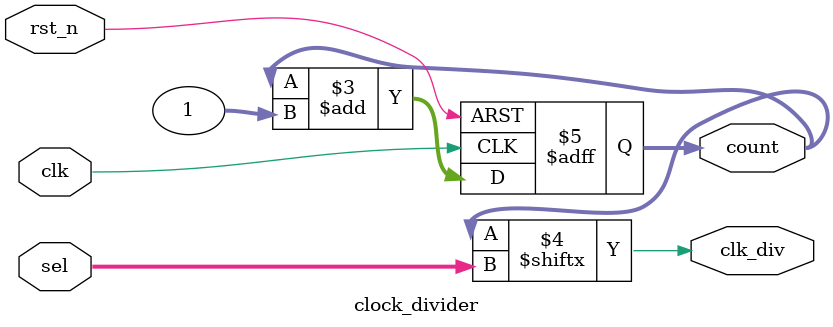
<source format=v>
module clock_divider(
    input clk,                  // 100 MHz input clock
    input rst_n,                // active-low reset
    input [4:0] sel,            // speed-select from SW[4:0]
    output reg [31:0] count,    // counter
    output clk_div              // clock output
);
    //counter
    always @(posedge clk or negedge rst_n) begin
        if (!rst_n)
            count <= 32'd0;
        else
            count <= count + 1;
    end

    //select one of the bits from counter
    assign clk_div = count[sel];
endmodule

</source>
